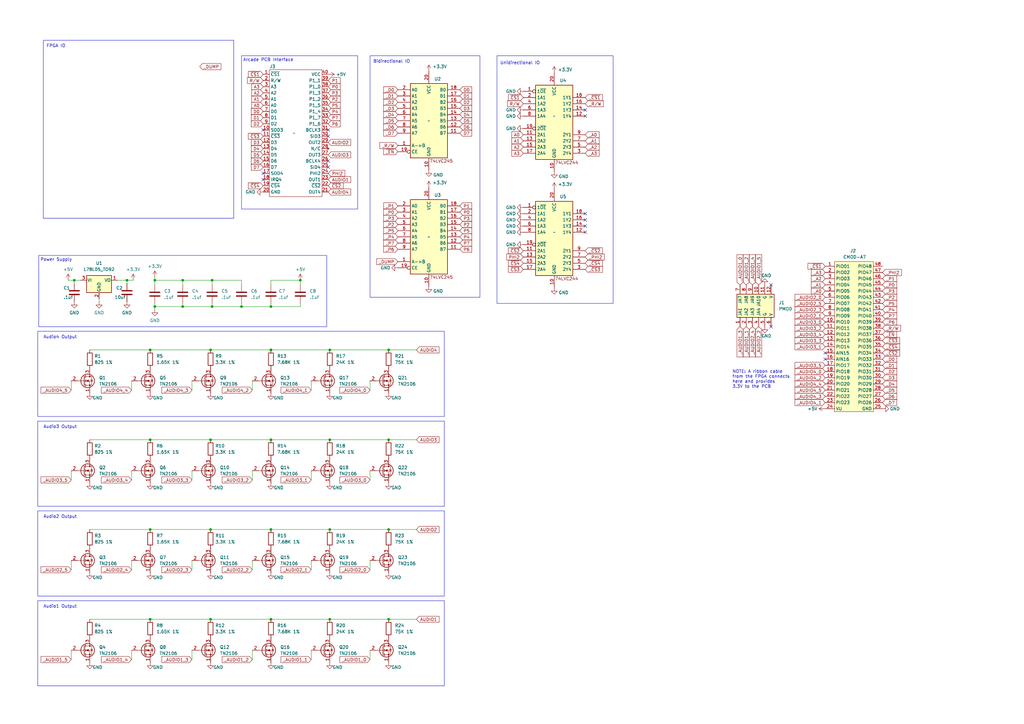
<source format=kicad_sch>
(kicad_sch (version 20230121) (generator eeschema)
  (paper "A3")
  (junction (at 30.48 114.935))
  (junction (at 135.255 180.34))
  (junction (at 159.385 254))
  (junction (at 86.36 217.17))
  (junction (at 111.125 125.73))
  (junction (at 99.06 125.73))
  (junction (at 74.93 114.935))
  (junction (at 52.07 114.935))
  (junction (at 63.5 125.73))
  (junction (at 74.93 125.73))
  (junction (at 111.125 180.34))
  (junction (at 86.995 114.935))
  (junction (at 135.255 217.17))
  (junction (at 159.385 180.34))
  (junction (at 86.36 254))
  (junction (at 86.36 143.51))
  (junction (at 123.19 114.935))
  (junction (at 111.125 254))
  (junction (at 111.125 217.17))
  (junction (at 63.5 114.935))
  (junction (at 159.385 217.17))
  (junction (at 135.255 143.51))
  (junction (at 111.125 143.51))
  (junction (at 61.595 180.34))
  (junction (at 61.595 254))
  (junction (at 86.36 180.34))
  (junction (at 159.385 143.51))
  (junction (at 61.595 143.51))
  (junction (at 86.995 125.73))
  (junction (at 61.595 217.17))
  (junction (at 135.255 254))
  (no_connect (at 240.03 45.085))
  (no_connect (at 107.95 53.34))
  (no_connect (at 240.03 95.25))
  (no_connect (at 107.95 71.12))
  (no_connect (at 134.62 66.04))
  (no_connect (at 134.62 68.58))
  (no_connect (at 107.95 73.66))
  (no_connect (at 240.03 87.63))
  (no_connect (at 338.455 144.78))
  (no_connect (at 134.62 53.34))
  (no_connect (at 316.23 116.84))
  (no_connect (at 240.03 92.71))
  (no_connect (at 316.23 133.985))
  (no_connect (at 240.03 47.625))
  (no_connect (at 134.62 55.88))
  (no_connect (at 240.03 90.17))
  (no_connect (at 338.455 147.32))
  (wire (pts (xy 159.385 180.34) (xy 170.815 180.34)))
  (wire (pts (xy 74.93 114.935) (xy 86.995 114.935)))
  (wire (pts (xy 135.255 254) (xy 159.385 254)))
  (wire (pts (xy 86.995 125.73) (xy 99.06 125.73)))
  (wire (pts (xy 29.21 266.7) (xy 29.21 270.51)))
  (wire (pts (xy 86.36 217.17) (xy 111.125 217.17)))
  (wire (pts (xy 111.125 125.73) (xy 123.19 125.73)))
  (wire (pts (xy 53.975 266.7) (xy 53.975 270.51)))
  (wire (pts (xy 52.07 114.935) (xy 52.07 116.205)))
  (wire (pts (xy 29.21 156.21) (xy 29.21 160.02)))
  (wire (pts (xy 99.06 114.935) (xy 99.06 116.84)))
  (wire (pts (xy 99.06 125.73) (xy 99.06 124.46)))
  (wire (pts (xy 63.5 125.73) (xy 74.93 125.73)))
  (wire (pts (xy 135.255 143.51) (xy 159.385 143.51)))
  (wire (pts (xy 111.125 114.935) (xy 123.19 114.935)))
  (wire (pts (xy 61.595 254) (xy 86.36 254)))
  (wire (pts (xy 111.125 254) (xy 135.255 254)))
  (wire (pts (xy 29.21 229.87) (xy 29.21 233.68)))
  (wire (pts (xy 86.36 254) (xy 111.125 254)))
  (wire (pts (xy 151.765 156.21) (xy 151.765 160.02)))
  (wire (pts (xy 135.255 180.34) (xy 159.385 180.34)))
  (wire (pts (xy 74.93 114.935) (xy 74.93 116.84)))
  (wire (pts (xy 86.36 180.34) (xy 111.125 180.34)))
  (wire (pts (xy 63.5 124.46) (xy 63.5 125.73)))
  (wire (pts (xy 40.64 123.825) (xy 40.64 122.555)))
  (wire (pts (xy 111.125 180.34) (xy 135.255 180.34)))
  (wire (pts (xy 151.765 229.87) (xy 151.765 233.68)))
  (wire (pts (xy 103.505 193.04) (xy 103.505 196.85)))
  (wire (pts (xy 61.595 180.34) (xy 86.36 180.34)))
  (wire (pts (xy 111.125 124.46) (xy 111.125 125.73)))
  (wire (pts (xy 127.635 156.21) (xy 127.635 160.02)))
  (wire (pts (xy 159.385 217.17) (xy 170.815 217.17)))
  (wire (pts (xy 135.255 217.17) (xy 159.385 217.17)))
  (wire (pts (xy 29.21 193.04) (xy 29.21 196.85)))
  (wire (pts (xy 123.19 125.73) (xy 123.19 124.46)))
  (wire (pts (xy 123.19 114.935) (xy 123.19 116.84)))
  (wire (pts (xy 86.995 114.935) (xy 86.995 116.84)))
  (wire (pts (xy 36.83 254) (xy 61.595 254)))
  (wire (pts (xy 159.385 143.51) (xy 170.815 143.51)))
  (wire (pts (xy 63.5 114.935) (xy 63.5 116.84)))
  (wire (pts (xy 48.26 114.935) (xy 52.07 114.935)))
  (wire (pts (xy 103.505 156.21) (xy 103.505 160.02)))
  (wire (pts (xy 99.06 125.73) (xy 111.125 125.73)))
  (wire (pts (xy 86.36 143.51) (xy 111.125 143.51)))
  (wire (pts (xy 30.48 114.935) (xy 30.48 116.205)))
  (wire (pts (xy 78.74 266.7) (xy 78.74 270.51)))
  (wire (pts (xy 36.83 180.34) (xy 61.595 180.34)))
  (wire (pts (xy 27.94 114.935) (xy 30.48 114.935)))
  (wire (pts (xy 36.83 143.51) (xy 61.595 143.51)))
  (wire (pts (xy 63.5 113.665) (xy 63.5 114.935)))
  (wire (pts (xy 86.995 124.46) (xy 86.995 125.73)))
  (wire (pts (xy 53.975 193.04) (xy 53.975 196.85)))
  (wire (pts (xy 78.74 229.87) (xy 78.74 233.68)))
  (wire (pts (xy 52.07 114.935) (xy 54.61 114.935)))
  (wire (pts (xy 127.635 266.7) (xy 127.635 270.51)))
  (wire (pts (xy 61.595 143.51) (xy 86.36 143.51)))
  (wire (pts (xy 78.74 156.21) (xy 78.74 160.02)))
  (wire (pts (xy 151.765 266.7) (xy 151.765 270.51)))
  (wire (pts (xy 53.975 156.21) (xy 53.975 160.02)))
  (wire (pts (xy 78.74 193.04) (xy 78.74 196.85)))
  (wire (pts (xy 151.765 193.04) (xy 151.765 196.85)))
  (wire (pts (xy 111.125 217.17) (xy 135.255 217.17)))
  (wire (pts (xy 61.595 217.17) (xy 86.36 217.17)))
  (wire (pts (xy 86.995 114.935) (xy 99.06 114.935)))
  (wire (pts (xy 159.385 254) (xy 170.815 254)))
  (wire (pts (xy 86.995 125.73) (xy 74.93 125.73)))
  (wire (pts (xy 53.975 229.87) (xy 53.975 233.68)))
  (wire (pts (xy 103.505 229.87) (xy 103.505 233.68)))
  (wire (pts (xy 127.635 229.87) (xy 127.635 233.68)))
  (wire (pts (xy 103.505 266.7) (xy 103.505 270.51)))
  (wire (pts (xy 111.125 143.51) (xy 135.255 143.51)))
  (wire (pts (xy 63.5 125.73) (xy 63.5 127)))
  (wire (pts (xy 63.5 114.935) (xy 74.93 114.935)))
  (wire (pts (xy 36.83 217.17) (xy 61.595 217.17)))
  (wire (pts (xy 74.93 125.73) (xy 74.93 124.46)))
  (wire (pts (xy 111.125 116.84) (xy 111.125 114.935)))
  (wire (pts (xy 30.48 114.935) (xy 33.02 114.935)))
  (wire (pts (xy 127.635 193.04) (xy 127.635 196.85)))
  (rectangle (start 15.494 209.55) (end 182.245 244.475))
  (rectangle (start 99.06 22.86) (end 146.685 85.725))
  (rectangle (start 15.494 135.89) (end 182.245 170.815))
  (rectangle (start 17.78 16.51) (end 95.885 89.535))
  (rectangle (start 15.875 104.775) (end 133.985 133.985))
  (rectangle (start 203.835 22.86) (end 251.46 124.46))
  (rectangle (start 15.494 172.72) (end 182.245 207.645))
  (rectangle (start 15.494 246.38) (end 182.245 281.305))
  (rectangle (start 151.765 22.86) (end 196.85 121.92))
  (text "NOTE: A ribbon cable \nfrom the FPGA connects\nhere and provides\n3.3V to the PCB" (at 300.355 159.385 0) (effects (font (size 1.27 1.27)) (justify left bottom)))
  (text "FPGA IO" (at 19.05 19.685 0) (effects (font (size 1.27 1.27)) (justify left bottom)))
  (text "Power Supply" (at 16.51 107.315 0) (effects (font (size 1.27 1.27)) (justify left bottom)))
  (text "Audio2 Output" (at 17.78 212.725 0) (effects (font (size 1.27 1.27)) (justify left bottom)))
  (text "Bidirectional IO" (at 153.035 26.035 0) (effects (font (size 1.27 1.27)) (justify left bottom)))
  (text "Audio4 Output" (at 17.78 139.065 0) (effects (font (size 1.27 1.27)) (justify left bottom)))
  (text "Audio1 Output" (at 17.78 249.555 0) (effects (font (size 1.27 1.27)) (justify left bottom)))
  (text "Arcade PCB Interface" (at 99.695 25.4 0) (effects (font (size 1.27 1.27)) (justify left bottom)))
  (text "Unidirectional IO" (at 205.105 26.67 0) (effects (font (size 1.27 1.27)) (justify left bottom)))
  (text "Audio3 Output" (at 17.78 175.895 0) (effects (font (size 1.27 1.27)) (justify left bottom)))
  (global_label "_~{CS1}" (shape input) (at 338.455 109.22 180) (property "Intersheetrefs" "${INTERSHEET_REFS}" (effects hide)))
  (global_label "_D0" (shape input) (at 163.195 36.83 180) (property "Intersheetrefs" "${INTERSHEET_REFS}" (effects hide)))
  (global_label "P7" (shape input) (at 188.595 99.695 0) (property "Intersheetrefs" "${INTERSHEET_REFS}" (effects hide)))
  (global_label "_AUDIO4_5" (shape input) (at 29.21 160.02 180) (property "Intersheetrefs" "${INTERSHEET_REFS}" (effects hide)))
  (global_label "D2" (shape input) (at 107.95 50.8 180) (property "Intersheetrefs" "${INTERSHEET_REFS}" (effects hide)))
  (global_label "D1" (shape input) (at 188.595 39.37 0) (property "Intersheetrefs" "${INTERSHEET_REFS}" (effects hide)))
  (global_label "_~{CS3}" (shape input) (at 240.03 110.49 0) (property "Intersheetrefs" "${INTERSHEET_REFS}" (effects hide)))
  (global_label "_DUMP" (shape input) (at 163.195 107.315 180) (property "Intersheetrefs" "${INTERSHEET_REFS}" (effects hide)))
  (global_label "_AUDIO3_4" (shape input) (at 53.975 196.85 180) (property "Intersheetrefs" "${INTERSHEET_REFS}" (effects hide)))
  (global_label "AUDIO4" (shape input) (at 134.62 78.74 0) (property "Intersheetrefs" "${INTERSHEET_REFS}" (effects hide)))
  (global_label "~{CS4}" (shape input) (at 107.95 76.2 180) (property "Intersheetrefs" "${INTERSHEET_REFS}" (effects hide)))
  (global_label "_D5" (shape input) (at 361.95 160.02 0) (property "Intersheetrefs" "${INTERSHEET_REFS}" (effects hide)))
  (global_label "_AUDIO2_4" (shape input) (at 308.61 133.985 270) (property "Intersheetrefs" "${INTERSHEET_REFS}" (effects hide)))
  (global_label "_AUDIO3_1" (shape input) (at 338.455 142.24 180) (property "Intersheetrefs" "${INTERSHEET_REFS}" (effects hide)))
  (global_label "_AUDIO3_3" (shape input) (at 78.74 196.85 180) (property "Intersheetrefs" "${INTERSHEET_REFS}" (effects hide)))
  (global_label "_AUDIO1_2" (shape input) (at 306.07 116.84 90) (property "Intersheetrefs" "${INTERSHEET_REFS}" (effects hide)))
  (global_label "_D7" (shape input) (at 361.95 165.1 0) (property "Intersheetrefs" "${INTERSHEET_REFS}" (effects hide)))
  (global_label "D6" (shape input) (at 107.95 66.04 180) (property "Intersheetrefs" "${INTERSHEET_REFS}" (effects hide)))
  (global_label "_AUDIO2_1" (shape input) (at 338.455 129.54 180) (property "Intersheetrefs" "${INTERSHEET_REFS}" (effects hide)))
  (global_label "_~{CS2}" (shape input) (at 240.03 102.87 0) (property "Intersheetrefs" "${INTERSHEET_REFS}" (effects hide)))
  (global_label "P3" (shape input) (at 134.62 38.1 0) (property "Intersheetrefs" "${INTERSHEET_REFS}" (effects hide)))
  (global_label "_AUDIO1_4" (shape input) (at 308.61 116.84 90) (property "Intersheetrefs" "${INTERSHEET_REFS}" (effects hide)))
  (global_label "D0" (shape input) (at 107.95 45.72 180) (property "Intersheetrefs" "${INTERSHEET_REFS}" (effects hide)))
  (global_label "P0" (shape input) (at 188.595 86.995 0) (property "Intersheetrefs" "${INTERSHEET_REFS}" (effects hide)))
  (global_label "_R{slash}W" (shape input) (at 240.03 42.545 0) (property "Intersheetrefs" "${INTERSHEET_REFS}" (effects hide)))
  (global_label "A2" (shape input) (at 214.63 60.325 180) (property "Intersheetrefs" "${INTERSHEET_REFS}" (effects hide)))
  (global_label "A0" (shape input) (at 214.63 55.245 180) (property "Intersheetrefs" "${INTERSHEET_REFS}" (effects hide)))
  (global_label "_AUDIO4_1" (shape input) (at 338.455 165.1 180) (property "Intersheetrefs" "${INTERSHEET_REFS}" (effects hide)))
  (global_label "_D6" (shape input) (at 361.95 162.56 0) (property "Intersheetrefs" "${INTERSHEET_REFS}" (effects hide)))
  (global_label "_AUDIO4_4" (shape input) (at 53.975 160.02 180) (property "Intersheetrefs" "${INTERSHEET_REFS}" (effects hide)))
  (global_label "P6" (shape input) (at 134.62 50.8 0) (property "Intersheetrefs" "${INTERSHEET_REFS}" (effects hide)))
  (global_label "~{CS1}" (shape input) (at 214.63 40.005 180) (property "Intersheetrefs" "${INTERSHEET_REFS}" (effects hide)))
  (global_label "_D6" (shape input) (at 163.195 52.07 180) (property "Intersheetrefs" "${INTERSHEET_REFS}" (effects hide)))
  (global_label "P4" (shape input) (at 188.595 97.155 0) (property "Intersheetrefs" "${INTERSHEET_REFS}" (effects hide)))
  (global_label "_AUDIO2_1" (shape input) (at 127.635 233.68 180) (property "Intersheetrefs" "${INTERSHEET_REFS}" (effects hide)))
  (global_label "_R{slash}W" (shape input) (at 361.95 134.62 0) (property "Intersheetrefs" "${INTERSHEET_REFS}" (effects hide)))
  (global_label "~{CS2}" (shape input) (at 214.63 102.87 180) (property "Intersheetrefs" "${INTERSHEET_REFS}" (effects hide)))
  (global_label "_AUDIO3_4" (shape input) (at 338.455 137.16 180) (property "Intersheetrefs" "${INTERSHEET_REFS}" (effects hide)))
  (global_label "_P2" (shape input) (at 361.95 121.92 0) (property "Intersheetrefs" "${INTERSHEET_REFS}" (effects hide)))
  (global_label "D7" (shape input) (at 188.595 54.61 0) (property "Intersheetrefs" "${INTERSHEET_REFS}" (effects hide)))
  (global_label "_P1" (shape input) (at 361.95 114.3 0) (property "Intersheetrefs" "${INTERSHEET_REFS}" (effects hide)))
  (global_label "_AUDIO4_2" (shape input) (at 103.505 160.02 180) (property "Intersheetrefs" "${INTERSHEET_REFS}" (effects hide)))
  (global_label "D6" (shape input) (at 188.595 52.07 0) (property "Intersheetrefs" "${INTERSHEET_REFS}" (effects hide)))
  (global_label "PHI2" (shape input) (at 214.63 105.41 180) (property "Intersheetrefs" "${INTERSHEET_REFS}" (effects hide)))
  (global_label "_~{CS2}" (shape input) (at 361.95 144.78 0) (property "Intersheetrefs" "${INTERSHEET_REFS}" (effects hide)))
  (global_label "_P2" (shape input) (at 163.195 92.075 180) (property "Intersheetrefs" "${INTERSHEET_REFS}" (effects hide)))
  (global_label "~{CS3}" (shape input) (at 214.63 110.49 180) (property "Intersheetrefs" "${INTERSHEET_REFS}" (effects hide)))
  (global_label "_AUDIO1_3" (shape input) (at 303.53 133.985 270) (property "Intersheetrefs" "${INTERSHEET_REFS}" (effects hide)))
  (global_label "~{CS1}" (shape input) (at 107.95 30.48 180) (property "Intersheetrefs" "${INTERSHEET_REFS}" (effects hide)))
  (global_label "_A3" (shape input) (at 338.455 111.76 180) (property "Intersheetrefs" "${INTERSHEET_REFS}" (effects hide)))
  (global_label "~{CS4}" (shape input) (at 214.63 107.95 180) (property "Intersheetrefs" "${INTERSHEET_REFS}" (effects hide)))
  (global_label "_P1" (shape input) (at 163.195 84.455 180) (property "Intersheetrefs" "${INTERSHEET_REFS}" (effects hide)))
  (global_label "A3" (shape input) (at 214.63 62.865 180) (property "Intersheetrefs" "${INTERSHEET_REFS}" (effects hide)))
  (global_label "~{CS2}" (shape input) (at 134.62 76.2 0) (property "Intersheetrefs" "${INTERSHEET_REFS}" (effects hide)))
  (global_label "_AUDIO1_5" (shape input) (at 311.15 116.84 90) (property "Intersheetrefs" "${INTERSHEET_REFS}" (effects hide)))
  (global_label "_AUDIO3_2" (shape input) (at 103.505 196.85 180) (property "Intersheetrefs" "${INTERSHEET_REFS}" (effects hide)))
  (global_label "_AUDIO1_2" (shape input) (at 103.505 270.51 180) (property "Intersheetrefs" "${INTERSHEET_REFS}" (effects hide)))
  (global_label "_D1" (shape input) (at 163.195 39.37 180) (property "Intersheetrefs" "${INTERSHEET_REFS}" (effects hide)))
  (global_label "_P3" (shape input) (at 163.195 89.535 180) (property "Intersheetrefs" "${INTERSHEET_REFS}" (effects hide)))
  (global_label "_A1" (shape input) (at 240.03 57.785 0) (property "Intersheetrefs" "${INTERSHEET_REFS}" (effects hide)))
  (global_label "_AUDIO3_5" (shape input) (at 29.21 196.85 180) (property "Intersheetrefs" "${INTERSHEET_REFS}" (effects hide)))
  (global_label "A2" (shape input) (at 107.95 38.1 180) (property "Intersheetrefs" "${INTERSHEET_REFS}" (effects hide)))
  (global_label "D3" (shape input) (at 107.95 58.42 180) (property "Intersheetrefs" "${INTERSHEET_REFS}" (effects hide)))
  (global_label "R{slash}W" (shape input) (at 214.63 42.545 180) (property "Intersheetrefs" "${INTERSHEET_REFS}" (effects hide)))
  (global_label "_AUDIO3_2" (shape input) (at 338.455 134.62 180) (property "Intersheetrefs" "${INTERSHEET_REFS}" (effects hide)))
  (global_label "_D5" (shape input) (at 163.195 49.53 180) (property "Intersheetrefs" "${INTERSHEET_REFS}" (effects hide)))
  (global_label "_AUDIO4_1" (shape input) (at 127.635 160.02 180) (property "Intersheetrefs" "${INTERSHEET_REFS}" (effects hide)))
  (global_label "A1" (shape input) (at 107.95 40.64 180) (property "Intersheetrefs" "${INTERSHEET_REFS}" (effects hide)))
  (global_label "AUDIO2" (shape input) (at 134.62 58.42 0) (property "Intersheetrefs" "${INTERSHEET_REFS}" (effects hide)))
  (global_label "A0" (shape input) (at 107.95 43.18 180) (property "Intersheetrefs" "${INTERSHEET_REFS}" (effects hide)))
  (global_label "_P6" (shape input) (at 163.195 102.235 180) (property "Intersheetrefs" "${INTERSHEET_REFS}" (effects hide)))
  (global_label "_D4" (shape input) (at 361.95 157.48 0) (property "Intersheetrefs" "${INTERSHEET_REFS}" (effects hide)))
  (global_label "R{slash}W" (shape input) (at 107.95 33.02 180) (property "Intersheetrefs" "${INTERSHEET_REFS}" (effects hide)))
  (global_label "D3" (shape input) (at 188.595 44.45 0) (property "Intersheetrefs" "${INTERSHEET_REFS}" (effects hide)))
  (global_label "_~{CS4}" (shape input) (at 240.03 107.95 0) (property "Intersheetrefs" "${INTERSHEET_REFS}" (effects hide)))
  (global_label "D4" (shape input) (at 188.595 46.99 0) (property "Intersheetrefs" "${INTERSHEET_REFS}" (effects hide)))
  (global_label "_AUDIO1_0" (shape input) (at 151.765 270.51 180) (property "Intersheetrefs" "${INTERSHEET_REFS}" (effects hide)))
  (global_label "P4" (shape input) (at 134.62 45.72 0) (property "Intersheetrefs" "${INTERSHEET_REFS}" (effects hide)))
  (global_label "D2" (shape input) (at 188.595 41.91 0) (property "Intersheetrefs" "${INTERSHEET_REFS}" (effects hide)))
  (global_label "_AUDIO2_0" (shape input) (at 151.765 233.68 180) (property "Intersheetrefs" "${INTERSHEET_REFS}" (effects hide)))
  (global_label "_AUDIO2_0" (shape input) (at 338.455 121.92 180) (property "Intersheetrefs" "${INTERSHEET_REFS}" (effects hide)))
  (global_label "P5" (shape input) (at 188.595 94.615 0) (property "Intersheetrefs" "${INTERSHEET_REFS}" (effects hide)))
  (global_label "D5" (shape input) (at 107.95 63.5 180) (property "Intersheetrefs" "${INTERSHEET_REFS}" (effects hide)))
  (global_label "D0" (shape input) (at 188.595 36.83 0) (property "Intersheetrefs" "${INTERSHEET_REFS}" (effects hide)))
  (global_label "_AUDIO4_5" (shape input) (at 338.455 160.02 180) (property "Intersheetrefs" "${INTERSHEET_REFS}" (effects hide)))
  (global_label "~{CS3}" (shape input) (at 107.95 55.88 180) (property "Intersheetrefs" "${INTERSHEET_REFS}" (effects hide)))
  (global_label "_AUDIO2_5" (shape input) (at 29.21 233.68 180) (property "Intersheetrefs" "${INTERSHEET_REFS}" (effects hide)))
  (global_label "P5" (shape input) (at 134.62 43.18 0) (property "Intersheetrefs" "${INTERSHEET_REFS}" (effects hide)))
  (global_label "_P7" (shape input) (at 163.195 99.695 180) (property "Intersheetrefs" "${INTERSHEET_REFS}" (effects hide)))
  (global_label "_D1" (shape input) (at 361.95 149.86 0) (property "Intersheetrefs" "${INTERSHEET_REFS}" (effects hide)))
  (global_label "P3" (shape input) (at 188.595 89.535 0) (property "Intersheetrefs" "${INTERSHEET_REFS}" (effects hide)))
  (global_label "_AUDIO3_3" (shape input) (at 338.455 139.7 180) (property "Intersheetrefs" "${INTERSHEET_REFS}" (effects hide)))
  (global_label "_P4" (shape input) (at 361.95 127 0) (property "Intersheetrefs" "${INTERSHEET_REFS}" (effects hide)))
  (global_label "P2" (shape input) (at 188.595 92.075 0) (property "Intersheetrefs" "${INTERSHEET_REFS}" (effects hide)))
  (global_label "_D7" (shape input) (at 163.195 54.61 180) (property "Intersheetrefs" "${INTERSHEET_REFS}" (effects hide)))
  (global_label "_P7" (shape input) (at 361.95 129.54 0) (property "Intersheetrefs" "${INTERSHEET_REFS}" (effects hide)))
  (global_label "P1" (shape input) (at 188.595 84.455 0) (property "Intersheetrefs" "${INTERSHEET_REFS}" (effects hide)))
  (global_label "_AUDIO1_0" (shape input) (at 303.53 116.84 90) (property "Intersheetrefs" "${INTERSHEET_REFS}" (effects hide)))
  (global_label "_AUDIO2_3" (shape input) (at 338.455 127 180) (property "Intersheetrefs" "${INTERSHEET_REFS}" (effects hide)))
  (global_label "_AUDIO1_4" (shape input) (at 53.975 270.51 180) (property "Intersheetrefs" "${INTERSHEET_REFS}" (effects hide)))
  (global_label "_D4" (shape input) (at 163.195 46.99 180) (property "Intersheetrefs" "${INTERSHEET_REFS}" (effects hide)))
  (global_label "_P5" (shape input) (at 361.95 124.46 0) (property "Intersheetrefs" "${INTERSHEET_REFS}" (effects hide)))
  (global_label "_AUDIO4_4" (shape input) (at 338.455 157.48 180) (property "Intersheetrefs" "${INTERSHEET_REFS}" (effects hide)))
  (global_label "P2" (shape input) (at 134.62 40.64 0) (property "Intersheetrefs" "${INTERSHEET_REFS}" (effects hide)))
  (global_label "_~{CS3}" (shape input) (at 361.95 139.7 0) (property "Intersheetrefs" "${INTERSHEET_REFS}" (effects hide)))
  (global_label "P7" (shape input) (at 134.62 48.26 0) (property "Intersheetrefs" "${INTERSHEET_REFS}" (effects hide)))
  (global_label "_DUMP" (shape input) (at 81.915 27.305 0) (property "Intersheetrefs" "${INTERSHEET_REFS}" (effects hide)))
  (global_label "_P0" (shape input) (at 163.195 86.995 180) (property "Intersheetrefs" "${INTERSHEET_REFS}" (effects hide)))
  (global_label "AUDIO3" (shape input) (at 170.815 180.34 0) (property "Intersheetrefs" "${INTERSHEET_REFS}" (effects hide)))
  (global_label "A1" (shape input) (at 214.63 57.785 180) (property "Intersheetrefs" "${INTERSHEET_REFS}" (effects hide)))
  (global_label "P1" (shape input) (at 134.62 33.02 0) (property "Intersheetrefs" "${INTERSHEET_REFS}" (effects hide)))
  (global_label "_AUDIO1_1" (shape input) (at 306.07 133.985 270) (property "Intersheetrefs" "${INTERSHEET_REFS}" (effects hide)))
  (global_label "P6" (shape input) (at 188.595 102.235 0) (property "Intersheetrefs" "${INTERSHEET_REFS}" (effects hide)))
  (global_label "_AUDIO3_0" (shape input) (at 338.455 132.08 180) (property "Intersheetrefs" "${INTERSHEET_REFS}" (effects hide)))
  (global_label "_PHI2" (shape input) (at 240.03 105.41 0) (property "Intersheetrefs" "${INTERSHEET_REFS}" (effects hide)))
  (global_label "D7" (shape input) (at 107.95 68.58 180) (property "Intersheetrefs" "${INTERSHEET_REFS}" (effects hide)))
  (global_label "_D3" (shape input) (at 163.195 44.45 180) (property "Intersheetrefs" "${INTERSHEET_REFS}" (effects hide)))
  (global_label "_AUDIO3_1" (shape input) (at 127.635 196.85 180) (property "Intersheetrefs" "${INTERSHEET_REFS}" (effects hide)))
  (global_label "D5" (shape input) (at 188.595 49.53 0) (property "Intersheetrefs" "${INTERSHEET_REFS}" (effects hide)))
  (global_label "_AUDIO2_3" (shape input) (at 78.74 233.68 180) (property "Intersheetrefs" "${INTERSHEET_REFS}" (effects hide)))
  (global_label "_AUDIO1_3" (shape input) (at 78.74 270.51 180) (property "Intersheetrefs" "${INTERSHEET_REFS}" (effects hide)))
  (global_label "_AUDIO4_2" (shape input) (at 338.455 154.94 180) (property "Intersheetrefs" "${INTERSHEET_REFS}" (effects hide)))
  (global_label "_A1" (shape input) (at 338.455 116.84 180) (property "Intersheetrefs" "${INTERSHEET_REFS}" (effects hide)))
  (global_label "_A2" (shape input) (at 338.455 114.3 180) (property "Intersheetrefs" "${INTERSHEET_REFS}" (effects hide)))
  (global_label "_D3" (shape input) (at 361.95 154.94 0) (property "Intersheetrefs" "${INTERSHEET_REFS}" (effects hide)))
  (global_label "_A2" (shape input) (at 240.03 60.325 0) (property "Intersheetrefs" "${INTERSHEET_REFS}" (effects hide)))
  (global_label "_AUDIO2_2" (shape input) (at 311.15 133.985 270) (property "Intersheetrefs" "${INTERSHEET_REFS}" (effects hide)))
  (global_label "P0" (shape input) (at 134.62 35.56 0) (property "Intersheetrefs" "${INTERSHEET_REFS}" (effects hide)))
  (global_label "_P4" (shape input) (at 163.195 97.155 180) (property "Intersheetrefs" "${INTERSHEET_REFS}" (effects hide)))
  (global_label "_P3" (shape input) (at 361.95 119.38 0) (property "Intersheetrefs" "${INTERSHEET_REFS}" (effects hide)))
  (global_label "D1" (shape input) (at 107.95 48.26 180) (property "Intersheetrefs" "${INTERSHEET_REFS}" (effects hide)))
  (global_label "AUDIO3" (shape input) (at 134.62 63.5 0) (property "Intersheetrefs" "${INTERSHEET_REFS}" (effects hide)))
  (global_label "_D2" (shape input) (at 163.195 41.91 180) (property "Intersheetrefs" "${INTERSHEET_REFS}" (effects hide)))
  (global_label "_P5" (shape input) (at 163.195 94.615 180) (property "Intersheetrefs" "${INTERSHEET_REFS}" (effects hide)))
  (global_label "AUDIO1" (shape input) (at 134.62 73.66 0) (property "Intersheetrefs" "${INTERSHEET_REFS}" (effects hide)))
  (global_label "A3" (shape input) (at 107.95 35.56 180) (property "Intersheetrefs" "${INTERSHEET_REFS}" (effects hide)))
  (global_label "_P0" (shape input) (at 361.95 116.84 0) (property "Intersheetrefs" "${INTERSHEET_REFS}" (effects hide)))
  (global_label "_R{slash}W" (shape input) (at 163.195 59.69 180) (property "Intersheetrefs" "${INTERSHEET_REFS}" (effects hide)))
  (global_label "_PHI2" (shape input) (at 361.95 111.76 0) (property "Intersheetrefs" "${INTERSHEET_REFS}" (effects hide)))
  (global_label "_AUDIO1_5" (shape input) (at 29.21 270.51 180) (property "Intersheetrefs" "${INTERSHEET_REFS}" (effects hide)))
  (global_label "_AUDIO1_1" (shape input) (at 127.635 270.51 180) (property "Intersheetrefs" "${INTERSHEET_REFS}" (effects hide)))
  (global_label "_AUDIO2_5" (shape input) (at 338.455 124.46 180) (property "Intersheetrefs" "${INTERSHEET_REFS}" (effects hide)))
  (global_label "_AUDIO4_3" (shape input) (at 78.74 160.02 180) (property "Intersheetrefs" "${INTERSHEET_REFS}" (effects hide)))
  (global_label "_D2" (shape input) (at 361.95 152.4 0) (property "Intersheetrefs" "${INTERSHEET_REFS}" (effects hide)))
  (global_label "_P6" (shape input) (at 361.95 132.08 0) (property "Intersheetrefs" "${INTERSHEET_REFS}" (effects hide)))
  (global_label "_AUDIO2_2" (shape input) (at 103.505 233.68 180) (property "Intersheetrefs" "${INTERSHEET_REFS}" (effects hide)))
  (global_label "D4" (shape input) (at 107.95 60.96 180) (property "Intersheetrefs" "${INTERSHEET_REFS}" (effects hide)))
  (global_label "_AUDIO4_0" (shape input) (at 151.765 160.02 180) (property "Intersheetrefs" "${INTERSHEET_REFS}" (effects hide)))
  (global_label "AUDIO4" (shape input) (at 170.815 143.51 0) (property "Intersheetrefs" "${INTERSHEET_REFS}" (effects hide)))
  (global_label "_AUDIO4_3" (shape input) (at 338.455 162.56 180) (property "Intersheetrefs" "${INTERSHEET_REFS}" (effects hide)))
  (global_label "_AUDIO3_0" (shape input) (at 151.765 196.85 180) (property "Intersheetrefs" "${INTERSHEET_REFS}" (effects hide)))
  (global_label "_~{CS1}" (shape input) (at 240.03 40.005 0) (property "Intersheetrefs" "${INTERSHEET_REFS}" (effects hide)))
  (global_label "_A3" (shape input) (at 240.03 62.865 0) (property "Intersheetrefs" "${INTERSHEET_REFS}" (effects hide)))
  (global_label "AUDIO2" (shape input) (at 170.815 217.17 0) (property "Intersheetrefs" "${INTERSHEET_REFS}" (effects hide)))
  (global_label "PHI2" (shape input) (at 134.62 71.12 0) (property "Intersheetrefs" "${INTERSHEET_REFS}" (effects hide)))
  (global_label "~{_EN}" (shape input) (at 361.95 137.16 0) (property "Intersheetrefs" "${INTERSHEET_REFS}" (effects hide)))
  (global_label "_~{CS4}" (shape input) (at 361.95 142.24 0) (property "Intersheetrefs" "${INTERSHEET_REFS}" (effects hide)))
  (global_label "_A0" (shape input) (at 240.03 55.245 0) (property "Intersheetrefs" "${INTERSHEET_REFS}" (effects hide)))
  (global_label "_D0" (shape input) (at 361.95 147.32 0) (property "Intersheetrefs" "${INTERSHEET_REFS}" (effects hide)))
  (global_label "_AUDIO4_0" (shape input) (at 338.455 152.4 180) (property "Intersheetrefs" "${INTERSHEET_REFS}" (effects hide)))
  (global_label "AUDIO1" (shape input) (at 170.815 254 0) (property "Intersheetrefs" "${INTERSHEET_REFS}" (effects hide)))
  (global_label "~{_EN}" (shape input) (at 163.195 62.23 180) (property "Intersheetrefs" "${INTERSHEET_REFS}" (effects hide)))
  (global_label "_A0" (shape input) (at 338.455 119.38 180) (property "Intersheetrefs" "${INTERSHEET_REFS}" (effects hide)))
  (global_label "_AUDIO3_5" (shape input) (at 338.455 149.86 180) (property "Intersheetrefs" "${INTERSHEET_REFS}" (effects hide)))
  (global_label "_AUDIO2_4" (shape input) (at 53.975 233.68 180) (property "Intersheetrefs" "${INTERSHEET_REFS}" (effects hide)))
  (symbol (lib_name "GND_1") (lib_id "power:GND") (at 214.63 87.63 270) (unit 1)
    (property "Reference" "#PWR049" (effects hide))
    (property "Value" "GND" (at 209.55 87.63 90))
  )
  (symbol (lib_id "Transistor_FET:2N7000") (at 34.29 266.7 0) (unit 1)
    (property "Reference" "Q4" (at 40.64 265.43 0) (effects (justify left)))
    (property "Value" "TN2106" (at 40.64 267.97 0) (effects (justify left)))
    (property "Footprint" "Package_TO_SOT_THT:TO-92_Inline" (effects hide))
    (property "Datasheet" "https://www.vishay.com/docs/70226/70226.pdf" (effects hide))
  )
  (symbol (lib_name "GND_1") (lib_id "power:GND") (at 214.63 45.085 270) (unit 1)
    (property "Reference" "#PWR045" (effects hide))
    (property "Value" "GND" (at 209.55 45.085 90))
  )
  (symbol (lib_name "GND_1") (lib_id "power:GND") (at 159.385 234.95 0) (unit 1)
    (property "Reference" "#PWR037" (effects hide))
    (property "Value" "GND" (at 162.56 236.855 0))
  )
  (symbol (lib_name "GND_1") (lib_id "power:GND") (at 227.33 70.485 0) (unit 1)
    (property "Reference" "#PWR055" (effects hide))
    (property "Value" "GND" (at 231.14 72.39 0))
  )
  (symbol (lib_name "GND_1") (lib_id "power:GND") (at 214.63 85.09 270) (unit 1)
    (property "Reference" "#PWR048" (effects hide))
    (property "Value" "GND" (at 209.55 85.09 90))
  )
  (symbol (lib_name "GND_1") (lib_id "power:GND") (at 36.83 271.78 0) (unit 1)
    (property "Reference" "#PWR08" (effects hide))
    (property "Value" "GND" (at 40.005 273.685 0))
  )
  (symbol (lib_id "Device:R") (at 61.595 220.98 0) (unit 1)
    (property "Reference" "R7" (at 64.135 219.71 0) (effects (justify left)))
    (property "Value" "1.65K 1%" (at 64.135 222.25 0) (effects (justify left)))
    (property "Footprint" "Resistor_THT:R_Axial_DIN0207_L6.3mm_D2.5mm_P5.08mm_Vertical" (effects hide))
  )
  (symbol (lib_name "GND_1") (lib_id "power:GND") (at 214.63 52.705 270) (unit 1)
    (property "Reference" "#PWR047" (effects hide))
    (property "Value" "GND" (at 209.55 52.705 90))
  )
  (symbol (lib_id "Transistor_FET:2N7000") (at 34.29 156.21 0) (unit 1)
    (property "Reference" "Q1" (at 40.64 154.94 0) (effects (justify left)))
    (property "Value" "TN2106" (at 40.64 157.48 0) (effects (justify left)))
    (property "Footprint" "Package_TO_SOT_THT:TO-92_Inline" (effects hide))
    (property "Datasheet" "https://www.vishay.com/docs/70226/70226.pdf" (effects hide))
  )
  (symbol (lib_name "GND_1") (lib_id "power:GND") (at 61.595 198.12 0) (unit 1)
    (property "Reference" "#PWR014" (effects hide))
    (property "Value" "GND" (at 64.77 200.025 0))
  )
  (symbol (lib_name "+3.3V_2") (lib_id "power:+3.3V") (at 175.895 29.21 0) (unit 1)
    (property "Reference" "#PWR040" (effects hide))
    (property "Value" "+3.3V" (at 180.34 27.305 0))
  )
  (symbol (lib_id "power:+5V") (at 134.62 30.48 270) (unit 1)
    (property "Reference" "#PWR030" (effects hide))
    (property "Value" "+5V" (at 137.795 30.48 90) (effects (justify left)))
  )
  (symbol (lib_id "Device:R") (at 86.36 220.98 0) (unit 1)
    (property "Reference" "R11" (at 88.265 219.71 0) (effects (justify left)))
    (property "Value" "3.3K 1%" (at 88.265 222.25 0) (effects (justify left)))
    (property "Footprint" "Resistor_THT:R_Axial_DIN0207_L6.3mm_D2.5mm_P5.08mm_Vertical" (effects hide))
  )
  (symbol (lib_id "Device:R") (at 61.595 147.32 0) (unit 1)
    (property "Reference" "R5" (at 64.135 146.05 0) (effects (justify left)))
    (property "Value" "1.65K 1%" (at 64.135 148.59 0) (effects (justify left)))
    (property "Footprint" "Resistor_THT:R_Axial_DIN0207_L6.3mm_D2.5mm_P5.08mm_Vertical" (effects hide))
  )
  (symbol (lib_name "GND_1") (lib_id "power:GND") (at 214.63 92.71 270) (unit 1)
    (property "Reference" "#PWR051" (effects hide))
    (property "Value" "GND" (at 209.55 92.71 90))
  )
  (symbol (lib_id "Transistor_FET:2N7000") (at 108.585 229.87 0) (unit 1)
    (property "Reference" "Q15" (at 114.935 228.6 0) (effects (justify left)))
    (property "Value" "TN2106" (at 114.935 231.14 0) (effects (justify left)))
    (property "Footprint" "Package_TO_SOT_THT:TO-92_Inline" (effects hide))
    (property "Datasheet" "https://www.vishay.com/docs/70226/70226.pdf" (effects hide))
  )
  (symbol (lib_id "Device:R") (at 86.36 184.15 0) (unit 1)
    (property "Reference" "R10" (at 88.265 182.88 0) (effects (justify left)))
    (property "Value" "3.3K 1%" (at 88.265 185.42 0) (effects (justify left)))
    (property "Footprint" "Resistor_THT:R_Axial_DIN0207_L6.3mm_D2.5mm_P5.08mm_Vertical" (effects hide))
  )
  (symbol (lib_id "Transistor_FET:2N7000") (at 108.585 266.7 0) (unit 1)
    (property "Reference" "Q16" (at 114.935 265.43 0) (effects (justify left)))
    (property "Value" "TN2106" (at 114.935 267.97 0) (effects (justify left)))
    (property "Footprint" "Package_TO_SOT_THT:TO-92_Inline" (effects hide))
    (property "Datasheet" "https://www.vishay.com/docs/70226/70226.pdf" (effects hide))
  )
  (symbol (lib_id "Device:R") (at 135.255 220.98 0) (unit 1)
    (property "Reference" "R19" (at 137.795 219.71 0) (effects (justify left)))
    (property "Value" "24K 1%" (at 137.795 222.25 0) (effects (justify left)))
    (property "Footprint" "Resistor_THT:R_Axial_DIN0207_L6.3mm_D2.5mm_P5.08mm_Vertical" (effects hide))
  )
  (symbol (lib_id "Transistor_FET:2N7000") (at 59.055 229.87 0) (unit 1)
    (property "Reference" "Q7" (at 65.405 228.6 0) (effects (justify left)))
    (property "Value" "TN2106" (at 65.405 231.14 0) (effects (justify left)))
    (property "Footprint" "Package_TO_SOT_THT:TO-92_Inline" (effects hide))
    (property "Datasheet" "https://www.vishay.com/docs/70226/70226.pdf" (effects hide))
  )
  (symbol (lib_id "Transistor_FET:2N7000") (at 83.82 156.21 0) (unit 1)
    (property "Reference" "Q9" (at 90.17 154.94 0) (effects (justify left)))
    (property "Value" "TN2106" (at 90.17 157.48 0) (effects (justify left)))
    (property "Footprint" "Package_TO_SOT_THT:TO-92_Inline" (effects hide))
    (property "Datasheet" "https://www.vishay.com/docs/70226/70226.pdf" (effects hide))
  )
  (symbol (lib_name "GND_1") (lib_id "power:GND") (at 86.36 161.29 0) (unit 1)
    (property "Reference" "#PWR020" (effects hide))
    (property "Value" "GND" (at 89.535 163.195 0))
  )
  (symbol (lib_name "GND_1") (lib_id "power:GND") (at 61.595 161.29 0) (unit 1)
    (property "Reference" "#PWR013" (effects hide))
    (property "Value" "GND" (at 64.77 163.195 0))
  )
  (symbol (lib_id "Regulator_Linear:L78L05_TO92") (at 40.64 114.935 0) (unit 1)
    (property "Reference" "U1" (at 40.64 107.95 0))
    (property "Value" "L78L05_TO92" (at 40.64 110.49 0))
    (property "Footprint" "Package_TO_SOT_THT:TO-92_Inline" (effects hide))
    (property "Datasheet" "http://www.st.com/content/ccc/resource/technical/document/datasheet/15/55/e5/aa/23/5b/43/fd/CD00000446.pdf/files/CD00000446.pdf/jcr:content/translations/en.CD00000446.pdf" (effects hide))
  )
  (symbol (lib_name "GND_1") (lib_id "power:GND") (at 159.385 271.78 0) (unit 1)
    (property "Reference" "#PWR038" (effects hide))
    (property "Value" "GND" (at 162.56 273.685 0))
  )
  (symbol (lib_id "Transistor_FET:2N7000") (at 132.715 229.87 0) (unit 1)
    (property "Reference" "Q19" (at 139.065 228.6 0) (effects (justify left)))
    (property "Value" "TN2106" (at 139.065 231.14 0) (effects (justify left)))
    (property "Footprint" "Package_TO_SOT_THT:TO-92_Inline" (effects hide))
    (property "Datasheet" "https://www.vishay.com/docs/70226/70226.pdf" (effects hide))
  )
  (symbol (lib_id "Device:C") (at 74.93 120.65 0) (unit 1)
    (property "Reference" "C4" (at 78.74 119.38 0) (effects (justify left)))
    (property "Value" ".1uf" (at 78.74 121.92 0) (effects (justify left)))
    (property "Footprint" "Capacitor_THT:C_Axial_L3.8mm_D2.6mm_P10.00mm_Horizontal" (effects hide))
  )
  (symbol (lib_id "Device:R") (at 61.595 257.81 0) (unit 1)
    (property "Reference" "R8" (at 64.135 256.54 0) (effects (justify left)))
    (property "Value" "1.65K 1%" (at 64.135 259.08 0) (effects (justify left)))
    (property "Footprint" "Resistor_THT:R_Axial_DIN0207_L6.3mm_D2.5mm_P5.08mm_Vertical" (effects hide))
  )
  (symbol (lib_name "+5V_6") (lib_id "power:+5V") (at 338.455 167.64 90) (unit 1)
    (property "Reference" "#PWR012" (effects hide))
    (property "Value" "+5V" (at 335.28 167.64 90) (effects (justify left)))
  )
  (symbol (lib_id "Device:R") (at 61.595 184.15 0) (unit 1)
    (property "Reference" "R6" (at 64.135 182.88 0) (effects (justify left)))
    (property "Value" "1.65K 1%" (at 64.135 185.42 0) (effects (justify left)))
    (property "Footprint" "Resistor_THT:R_Axial_DIN0207_L6.3mm_D2.5mm_P5.08mm_Vertical" (effects hide))
  )
  (symbol (lib_name "GND_1") (lib_id "power:GND") (at 214.63 100.33 270) (unit 1)
    (property "Reference" "#PWR053" (effects hide))
    (property "Value" "GND" (at 209.55 100.33 90))
  )
  (symbol (lib_name "GND_1") (lib_id "power:GND") (at 135.255 161.29 0) (unit 1)
    (property "Reference" "#PWR031" (effects hide))
    (property "Value" "GND" (at 138.43 163.195 0))
  )
  (symbol (lib_id "Transistor_FET:2N7000") (at 156.845 266.7 0) (unit 1)
    (property "Reference" "Q24" (at 163.195 265.43 0) (effects (justify left)))
    (property "Value" "TN2106" (at 163.195 267.97 0) (effects (justify left)))
    (property "Footprint" "Package_TO_SOT_THT:TO-92_Inline" (effects hide))
    (property "Datasheet" "https://www.vishay.com/docs/70226/70226.pdf" (effects hide))
  )
  (symbol (lib_id "Device:R") (at 135.255 257.81 0) (unit 1)
    (property "Reference" "R20" (at 137.795 256.54 0) (effects (justify left)))
    (property "Value" "24K 1%" (at 137.795 259.08 0) (effects (justify left)))
    (property "Footprint" "Resistor_THT:R_Axial_DIN0207_L6.3mm_D2.5mm_P5.08mm_Vertical" (effects hide))
  )
  (symbol (lib_id "Device:R") (at 36.83 257.81 0) (unit 1)
    (property "Reference" "R4" (at 38.735 256.54 0) (effects (justify left)))
    (property "Value" "825 1%" (at 38.735 259.08 0) (effects (justify left)))
    (property "Footprint" "Resistor_THT:R_Axial_DIN0207_L6.3mm_D2.5mm_P5.08mm_Vertical" (effects hide))
  )
  (symbol (lib_id "Device:R") (at 36.83 184.15 0) (unit 1)
    (property "Reference" "R2" (at 38.735 182.88 0) (effects (justify left)))
    (property "Value" "825 1%" (at 38.735 185.42 0) (effects (justify left)))
    (property "Footprint" "Resistor_THT:R_Axial_DIN0207_L6.3mm_D2.5mm_P5.08mm_Vertical" (effects hide))
  )
  (symbol (lib_name "+3.3V_2") (lib_id "power:+3.3V") (at 227.33 29.845 0) (unit 1)
    (property "Reference" "#PWR054" (effects hide))
    (property "Value" "+3.3V" (at 231.775 28.575 0))
  )
  (symbol (lib_id "Transistor_FET:2N7000") (at 132.715 266.7 0) (unit 1)
    (property "Reference" "Q20" (at 139.065 265.43 0) (effects (justify left)))
    (property "Value" "TN2106" (at 139.065 267.97 0) (effects (justify left)))
    (property "Footprint" "Package_TO_SOT_THT:TO-92_Inline" (effects hide))
    (property "Datasheet" "https://www.vishay.com/docs/70226/70226.pdf" (effects hide))
  )
  (symbol (lib_id "Device:R") (at 159.385 257.81 0) (unit 1)
    (property "Reference" "R24" (at 161.925 256.54 0) (effects (justify left)))
    (property "Value" "75K 1%" (at 161.925 259.08 0) (effects (justify left)))
    (property "Footprint" "Resistor_THT:R_Axial_DIN0207_L6.3mm_D2.5mm_P5.08mm_Vertical" (effects hide))
  )
  (symbol (lib_id "Device:R") (at 111.125 184.15 0) (unit 1)
    (property "Reference" "R14" (at 113.665 182.88 0) (effects (justify left)))
    (property "Value" "7.68K 1%" (at 113.665 185.42 0) (effects (justify left)))
    (property "Footprint" "Resistor_THT:R_Axial_DIN0207_L6.3mm_D2.5mm_P5.08mm_Vertical" (effects hide))
  )
  (symbol (lib_id "Device:C") (at 52.07 120.015 0) (unit 1)
    (property "Reference" "C2" (at 47.625 118.11 0) (effects (justify left)))
    (property "Value" "10uf" (at 46.99 121.92 0) (effects (justify left)))
    (property "Footprint" "Capacitor_THT:CP_Radial_D5.0mm_P2.00mm" (effects hide))
  )
  (symbol (lib_id "Device:C") (at 111.125 120.65 0) (unit 1)
    (property "Reference" "C7" (at 114.3 119.38 0) (effects (justify left)))
    (property "Value" ".1uf" (at 114.3 121.92 0) (effects (justify left)))
    (property "Footprint" "Capacitor_THT:C_Axial_L3.8mm_D2.6mm_P10.00mm_Horizontal" (effects hide))
  )
  (symbol (lib_id "POKEY:CMOD-A7") (at 349.25 138.43 0) (unit 1)
    (property "Reference" "J2" (at 349.885 102.87 0))
    (property "Value" "CMOD-A7" (at 350.52 105.41 0))
    (property "Footprint" "POKEY_Footprints:Con_2X24" (effects hide))
  )
  (symbol (lib_id "Transistor_FET:2N7000") (at 59.055 193.04 0) (unit 1)
    (property "Reference" "Q6" (at 65.405 191.77 0) (effects (justify left)))
    (property "Value" "TN2106" (at 65.405 194.31 0) (effects (justify left)))
    (property "Footprint" "Package_TO_SOT_THT:TO-92_Inline" (effects hide))
    (property "Datasheet" "https://www.vishay.com/docs/70226/70226.pdf" (effects hide))
  )
  (symbol (lib_id "Transistor_FET:2N7000") (at 156.845 156.21 0) (unit 1)
    (property "Reference" "Q21" (at 163.195 154.94 0) (effects (justify left)))
    (property "Value" "TN2106" (at 163.195 157.48 0) (effects (justify left)))
    (property "Footprint" "Package_TO_SOT_THT:TO-92_Inline" (effects hide))
    (property "Datasheet" "https://www.vishay.com/docs/70226/70226.pdf" (effects hide))
  )
  (symbol (lib_id "Device:R") (at 159.385 220.98 0) (unit 1)
    (property "Reference" "R23" (at 161.925 219.71 0) (effects (justify left)))
    (property "Value" "75K 1%" (at 161.925 222.25 0) (effects (justify left)))
    (property "Footprint" "Resistor_THT:R_Axial_DIN0207_L6.3mm_D2.5mm_P5.08mm_Vertical" (effects hide))
  )
  (symbol (lib_name "GND_1") (lib_id "power:GND") (at 361.95 167.64 90) (unit 1)
    (property "Reference" "#PWR019" (effects hide))
    (property "Value" "GND" (at 367.03 167.64 90))
  )
  (symbol (lib_id "Transistor_FET:2N7000") (at 108.585 193.04 0) (unit 1)
    (property "Reference" "Q14" (at 114.935 191.77 0) (effects (justify left)))
    (property "Value" "TN2106" (at 114.935 194.31 0) (effects (justify left)))
    (property "Footprint" "Package_TO_SOT_THT:TO-92_Inline" (effects hide))
    (property "Datasheet" "https://www.vishay.com/docs/70226/70226.pdf" (effects hide))
  )
  (symbol (lib_id "POKEY:74LVC245_DIP") (at 175.895 97.155 0) (unit 1)
    (property "Reference" "U3" (at 178.0891 80.01 0) (effects (justify left)))
    (property "Value" "~" (at 175.895 97.155 0))
    (property "Footprint" "POKEY_Footprints:DIP_20" (effects hide))
  )
  (symbol (lib_id "power:GND") (at 313.69 133.985 0) (unit 1)
    (property "Reference" "#PWR04" (effects hide))
    (property "Value" "GND" (at 314.325 137.795 0))
  )
  (symbol (lib_id "POKEY:74LVC244 DIP") (at 227.33 50.165 0) (unit 1)
    (property "Reference" "U4" (at 229.5241 33.02 0) (effects (justify left)))
    (property "Value" "~" (at 227.33 47.625 0))
    (property "Footprint" "POKEY_Footprints:DIP_20" (effects hide))
  )
  (symbol (lib_name "GND_1") (lib_id "power:GND") (at 163.195 109.855 270) (unit 1)
    (property "Reference" "#PWR039" (effects hide))
    (property "Value" "GND" (at 158.115 109.855 90))
  )
  (symbol (lib_id "Transistor_FET:2N7000") (at 156.845 229.87 0) (unit 1)
    (property "Reference" "Q23" (at 163.195 228.6 0) (effects (justify left)))
    (property "Value" "TN2106" (at 163.195 231.14 0) (effects (justify left)))
    (property "Footprint" "Package_TO_SOT_THT:TO-92_Inline" (effects hide))
    (property "Datasheet" "https://www.vishay.com/docs/70226/70226.pdf" (effects hide))
  )
  (symbol (lib_id "Device:R") (at 86.36 257.81 0) (unit 1)
    (property "Reference" "R12" (at 88.265 256.54 0) (effects (justify left)))
    (property "Value" "3.3K 1%" (at 88.265 259.08 0) (effects (justify left)))
    (property "Footprint" "Resistor_THT:R_Axial_DIN0207_L6.3mm_D2.5mm_P5.08mm_Vertical" (effects hide))
  )
  (symbol (lib_id "Device:C") (at 30.48 120.015 0) (unit 1)
    (property "Reference" "C1" (at 26.035 118.11 0) (effects (justify left)))
    (property "Value" ".1uf" (at 26.035 121.92 0) (effects (justify left)))
    (property "Footprint" "Capacitor_THT:C_Axial_L3.8mm_D2.6mm_P10.00mm_Horizontal" (effects hide))
  )
  (symbol (lib_name "GND_1") (lib_id "power:GND") (at 61.595 271.78 0) (unit 1)
    (property "Reference" "#PWR016" (effects hide))
    (property "Value" "GND" (at 64.77 273.685 0))
  )
  (symbol (lib_name "GND_1") (lib_id "power:GND") (at 86.36 234.95 0) (unit 1)
    (property "Reference" "#PWR022" (effects hide))
    (property "Value" "GND" (at 89.535 236.855 0))
  )
  (symbol (lib_name "+5V_1") (lib_id "power:+5V") (at 27.94 114.935 0) (unit 1)
    (property "Reference" "#PWR01" (effects hide))
    (property "Value" "+5V" (at 27.94 110.49 0))
  )
  (symbol (lib_name "GND_1") (lib_id "power:GND") (at 214.63 90.17 270) (unit 1)
    (property "Reference" "#PWR050" (effects hide))
    (property "Value" "GND" (at 209.55 90.17 90))
  )
  (symbol (lib_id "Transistor_FET:2N7000") (at 156.845 193.04 0) (unit 1)
    (property "Reference" "Q22" (at 163.195 191.77 0) (effects (justify left)))
    (property "Value" "TN2106" (at 163.195 194.31 0) (effects (justify left)))
    (property "Footprint" "Package_TO_SOT_THT:TO-92_Inline" (effects hide))
    (property "Datasheet" "https://www.vishay.com/docs/70226/70226.pdf" (effects hide))
  )
  (symbol (lib_id "Device:R") (at 111.125 147.32 0) (unit 1)
    (property "Reference" "R13" (at 113.665 146.05 0) (effects (justify left)))
    (property "Value" "7.68K 1%" (at 113.665 148.59 0) (effects (justify left)))
    (property "Footprint" "Resistor_THT:R_Axial_DIN0207_L6.3mm_D2.5mm_P5.08mm_Vertical" (effects hide))
  )
  (symbol (lib_id "Device:C") (at 123.19 120.65 0) (unit 1)
    (property "Reference" "C8" (at 127 119.38 0) (effects (justify left)))
    (property "Value" ".1uf" (at 127 121.92 0) (effects (justify left)))
    (property "Footprint" "Capacitor_THT:C_Axial_L3.8mm_D2.6mm_P10.00mm_Horizontal" (effects hide))
  )
  (symbol (lib_id "POKEY:74LVC245_DIP") (at 175.895 49.53 0) (unit 1)
    (property "Reference" "U2" (at 178.0891 32.385 0) (effects (justify left)))
    (property "Value" "~" (at 175.895 49.53 0))
    (property "Footprint" "POKEY_Footprints:DIP_20" (effects hide))
  )
  (symbol (lib_id "Device:R") (at 36.83 220.98 0) (unit 1)
    (property "Reference" "R3" (at 38.735 219.71 0) (effects (justify left)))
    (property "Value" "825 1%" (at 38.735 222.25 0) (effects (justify left)))
    (property "Footprint" "Resistor_THT:R_Axial_DIN0207_L6.3mm_D2.5mm_P5.08mm_Vertical" (effects hide))
  )
  (symbol (lib_name "GND_1") (lib_id "power:GND") (at 111.125 198.12 0) (unit 1)
    (property "Reference" "#PWR026" (effects hide))
    (property "Value" "GND" (at 114.3 200.025 0))
  )
  (symbol (lib_name "GND_1") (lib_id "power:GND") (at 111.125 271.78 0) (unit 1)
    (property "Reference" "#PWR028" (effects hide))
    (property "Value" "GND" (at 114.3 273.685 0))
  )
  (symbol (lib_id "Transistor_FET:2N7000") (at 108.585 156.21 0) (unit 1)
    (property "Reference" "Q13" (at 114.935 154.94 0) (effects (justify left)))
    (property "Value" "TN2106" (at 114.935 157.48 0) (effects (justify left)))
    (property "Footprint" "Package_TO_SOT_THT:TO-92_Inline" (effects hide))
    (property "Datasheet" "https://www.vishay.com/docs/70226/70226.pdf" (effects hide))
  )
  (symbol (lib_id "Device:R") (at 111.125 220.98 0) (unit 1)
    (property "Reference" "R15" (at 113.665 219.71 0) (effects (justify left)))
    (property "Value" "7.68K 1%" (at 113.665 222.25 0) (effects (justify left)))
    (property "Footprint" "Resistor_THT:R_Axial_DIN0207_L6.3mm_D2.5mm_P5.08mm_Vertical" (effects hide))
  )
  (symbol (lib_name "GND_1") (lib_id "power:GND") (at 111.125 234.95 0) (unit 1)
    (property "Reference" "#PWR027" (effects hide))
    (property "Value" "GND" (at 114.3 236.855 0))
  )
  (symbol (lib_id "Transistor_FET:2N7000") (at 132.715 156.21 0) (unit 1)
    (property "Reference" "Q17" (at 139.065 154.94 0) (effects (justify left)))
    (property "Value" "TN2106" (at 139.065 157.48 0) (effects (justify left)))
    (property "Footprint" "Package_TO_SOT_THT:TO-92_Inline" (effects hide))
    (property "Datasheet" "https://www.vishay.com/docs/70226/70226.pdf" (effects hide))
  )
  (symbol (lib_name "GND_1") (lib_id "power:GND") (at 86.36 271.78 0) (unit 1)
    (property "Reference" "#PWR023" (effects hide))
    (property "Value" "GND" (at 89.535 273.685 0))
  )
  (symbol (lib_name "GND_1") (lib_id "power:GND") (at 159.385 198.12 0) (unit 1)
    (property "Reference" "#PWR036" (effects hide))
    (property "Value" "GND" (at 162.56 200.025 0))
  )
  (symbol (lib_id "POKEY:74LVC244 DIP") (at 227.33 97.79 0) (unit 1)
    (property "Reference" "U5" (at 229.5241 80.645 0) (effects (justify left)))
    (property "Value" "~" (at 227.33 95.25 0))
    (property "Footprint" "POKEY_Footprints:DIP_20" (effects hide))
  )
  (symbol (lib_name "GND_1") (lib_id "power:GND") (at 227.33 118.11 0) (unit 1)
    (property "Reference" "#PWR057" (effects hide))
    (property "Value" "GND" (at 231.14 120.015 0))
  )
  (symbol (lib_id "Device:R") (at 135.255 184.15 0) (unit 1)
    (property "Reference" "R18" (at 137.795 182.88 0) (effects (justify left)))
    (property "Value" "24K 1%" (at 137.795 185.42 0) (effects (justify left)))
    (property "Footprint" "Resistor_THT:R_Axial_DIN0207_L6.3mm_D2.5mm_P5.08mm_Vertical" (effects hide))
  )
  (symbol (lib_name "GND_5") (lib_id "power:GND") (at 313.69 116.84 180) (unit 1)
    (property "Reference" "#PWR03" (effects hide))
    (property "Value" "GND" (at 314.325 113.03 0))
  )
  (symbol (lib_id "Transistor_FET:2N7000") (at 83.82 193.04 0) (unit 1)
    (property "Reference" "Q10" (at 90.17 191.77 0) (effects (justify left)))
    (property "Value" "TN2106" (at 90.17 194.31 0) (effects (justify left)))
    (property "Footprint" "Package_TO_SOT_THT:TO-92_Inline" (effects hide))
    (property "Datasheet" "https://www.vishay.com/docs/70226/70226.pdf" (effects hide))
  )
  (symbol (lib_id "Device:C") (at 63.5 120.65 0) (unit 1)
    (property "Reference" "C3" (at 67.31 119.38 0) (effects (justify left)))
    (property "Value" ".1uf" (at 67.31 121.92 0) (effects (justify left)))
    (property "Footprint" "Capacitor_THT:C_Axial_L3.8mm_D2.6mm_P10.00mm_Horizontal" (effects hide))
  )
  (symbol (lib_id "Device:R") (at 36.83 147.32 0) (unit 1)
    (property "Reference" "R1" (at 38.735 146.05 0) (effects (justify left)))
    (property "Value" "825 1%" (at 38.735 148.59 0) (effects (justify left)))
    (property "Footprint" "Resistor_THT:R_Axial_DIN0207_L6.3mm_D2.5mm_P5.08mm_Vertical" (effects hide))
  )
  (symbol (lib_name "+3.3V_2") (lib_id "power:+3.3V") (at 54.61 114.935 0) (unit 1)
    (property "Reference" "#PWR011" (effects hide))
    (property "Value" "+3.3V" (at 54.61 110.49 0))
  )
  (symbol (lib_name "GND_1") (lib_id "power:GND") (at 159.385 161.29 0) (unit 1)
    (property "Reference" "#PWR035" (effects hide))
    (property "Value" "GND" (at 162.56 163.195 0))
  )
  (symbol (lib_name "GND_1") (lib_id "power:GND") (at 175.895 69.85 0) (unit 1)
    (property "Reference" "#PWR041" (effects hide))
    (property "Value" "GND" (at 179.705 71.755 0))
  )
  (symbol (lib_name "GND_1") (lib_id "power:GND") (at 36.83 198.12 0) (unit 1)
    (property "Reference" "#PWR06" (effects hide))
    (property "Value" "GND" (at 40.005 200.025 0))
  )
  (symbol (lib_name "+3.3V_2") (lib_id "power:+3.3V") (at 63.5 113.665 0) (unit 1)
    (property "Reference" "#PWR017" (effects hide))
    (property "Value" "+3.3V" (at 63.5 109.22 0))
  )
  (symbol (lib_id "Device:C") (at 86.995 120.65 0) (unit 1)
    (property "Reference" "C5" (at 90.805 119.38 0) (effects (justify left)))
    (property "Value" ".1uf" (at 90.805 121.92 0) (effects (justify left)))
    (property "Footprint" "Capacitor_THT:C_Axial_L3.8mm_D2.6mm_P10.00mm_Horizontal" (effects hide))
  )
  (symbol (lib_id "Device:R") (at 86.36 147.32 0) (unit 1)
    (property "Reference" "R9" (at 88.265 146.05 0) (effects (justify left)))
    (property "Value" "3.3K 1%" (at 88.265 148.59 0) (effects (justify left)))
    (property "Footprint" "Resistor_THT:R_Axial_DIN0207_L6.3mm_D2.5mm_P5.08mm_Vertical" (effects hide))
  )
  (symbol (lib_id "Transistor_FET:2N7000") (at 59.055 156.21 0) (unit 1)
    (property "Reference" "Q5" (at 65.405 154.94 0) (effects (justify left)))
    (property "Value" "TN2106" (at 65.405 157.48 0) (effects (justify left)))
    (property "Footprint" "Package_TO_SOT_THT:TO-92_Inline" (effects hide))
    (property "Datasheet" "https://www.vishay.com/docs/70226/70226.pdf" (effects hide))
  )
  (symbol (lib_name "+3.3V_2") (lib_id "power:+3.3V") (at 227.33 77.47 0) (unit 1)
    (property "Reference" "#PWR056" (effects hide))
    (property "Value" "+3.3V" (at 231.775 75.565 0))
  )
  (symbol (lib_id "Transistor_FET:2N7000") (at 132.715 193.04 0) (unit 1)
    (property "Reference" "Q18" (at 139.065 191.77 0) (effects (justify left)))
    (property "Value" "TN2106" (at 139.065 194.31 0) (effects (justify left)))
    (property "Footprint" "Package_TO_SOT_THT:TO-92_Inline" (effects hide))
    (property "Datasheet" "https://www.vishay.com/docs/70226/70226.pdf" (effects hide))
  )
  (symbol (lib_name "+3.3V_2") (lib_id "power:+3.3V") (at 175.895 76.835 0) (unit 1)
    (property "Reference" "#PWR042" (effects hide))
    (property "Value" "+3.3V" (at 180.34 74.93 0))
  )
  (symbol (lib_name "GND_1") (lib_id "power:GND") (at 36.83 161.29 0) (unit 1)
    (property "Reference" "#PWR05" (effects hide))
    (property "Value" "GND" (at 40.005 163.195 0))
  )
  (symbol (lib_id "Transistor_FET:2N7000") (at 59.055 266.7 0) (unit 1)
    (property "Reference" "Q8" (at 65.405 265.43 0) (effects (justify left)))
    (property "Value" "TN2106" (at 65.405 267.97 0) (effects (justify left)))
    (property "Footprint" "Package_TO_SOT_THT:TO-92_Inline" (effects hide))
    (property "Datasheet" "https://www.vishay.com/docs/70226/70226.pdf" (effects hide))
  )
  (symbol (lib_id "Device:R") (at 159.385 147.32 0) (unit 1)
    (property "Reference" "R21" (at 161.925 146.05 0) (effects (justify left)))
    (property "Value" "75K 1%" (at 161.925 148.59 0) (effects (justify left)))
    (property "Footprint" "Resistor_THT:R_Axial_DIN0207_L6.3mm_D2.5mm_P5.08mm_Vertical" (effects hide))
  )
  (symbol (lib_id "Transistor_FET:2N7000") (at 83.82 229.87 0) (unit 1)
    (property "Reference" "Q11" (at 90.17 228.6 0) (effects (justify left)))
    (property "Value" "TN2106" (at 90.17 231.14 0) (effects (justify left)))
    (property "Footprint" "Package_TO_SOT_THT:TO-92_Inline" (effects hide))
    (property "Datasheet" "https://www.vishay.com/docs/70226/70226.pdf" (effects hide))
  )
  (symbol (lib_name "GND_1") (lib_id "power:GND") (at 111.125 161.29 0) (unit 1)
    (property "Reference" "#PWR025" (effects hide))
    (property "Value" "GND" (at 114.3 163.195 0))
  )
  (symbol (lib_id "Transistor_FET:2N7000") (at 34.29 229.87 0) (unit 1)
    (property "Reference" "Q3" (at 40.64 228.6 0) (effects (justify left)))
    (property "Value" "TN2106" (at 40.64 231.14 0) (effects (justify left)))
    (property "Footprint" "Package_TO_SOT_THT:TO-92_Inline" (effects hide))
    (property "Datasheet" "https://www.vishay.com/docs/70226/70226.pdf" (effects hide))
  )
  (symbol (lib_name "GND_1") (lib_id "power:GND") (at 86.36 198.12 0) (unit 1)
    (property "Reference" "#PWR021" (effects hide))
    (property "Value" "GND" (at 89.535 200.025 0))
  )
  (symbol (lib_id "Device:C") (at 99.06 120.65 0) (unit 1)
    (property "Reference" "C6" (at 102.87 119.38 0) (effects (justify left)))
    (property "Value" ".1uf" (at 102.87 121.92 0) (effects (justify left)))
    (property "Footprint" "Capacitor_THT:C_Axial_L3.8mm_D2.6mm_P10.00mm_Horizontal" (effects hide))
  )
  (symbol (lib_name "GND_1") (lib_id "power:GND") (at 135.255 271.78 0) (unit 1)
    (property "Reference" "#PWR034" (effects hide))
    (property "Value" "GND" (at 138.43 273.685 0))
  )
  (symbol (lib_id "power:GND") (at 107.95 78.74 270) (unit 1)
    (property "Reference" "#PWR024" (effects hide))
    (property "Value" "GND" (at 104.775 78.74 90) (effects (justify right)))
  )
  (symbol (lib_name "GND_1") (lib_id "power:GND") (at 36.83 234.95 0) (unit 1)
    (property "Reference" "#PWR07" (effects hide))
    (property "Value" "GND" (at 40.005 236.855 0))
  )
  (symbol (lib_id "Device:R") (at 135.255 147.32 0) (unit 1)
    (property "Reference" "R17" (at 137.795 146.05 0) (effects (justify left)))
    (property "Value" "24K 1%" (at 137.795 148.59 0) (effects (justify left)))
    (property "Footprint" "Resistor_THT:R_Axial_DIN0207_L6.3mm_D2.5mm_P5.08mm_Vertical" (effects hide))
  )
  (symbol (lib_id "Device:R") (at 159.385 184.15 0) (unit 1)
    (property "Reference" "R22" (at 161.925 182.88 0) (effects (justify left)))
    (property "Value" "75K 1%" (at 161.925 185.42 0) (effects (justify left)))
    (property "Footprint" "Resistor_THT:R_Axial_DIN0207_L6.3mm_D2.5mm_P5.08mm_Vertical" (effects hide))
  )
  (symbol (lib_name "GND_1") (lib_id "power:GND") (at 135.255 234.95 0) (unit 1)
    (property "Reference" "#PWR033" (effects hide))
    (property "Value" "GND" (at 138.43 236.855 0))
  )
  (symbol (lib_id "POKEY:2X20_Conn_Quad") (at 120.65 54.61 0) (unit 1)
    (property "Reference" "J3" (at 111.76 27.305 0))
    (property "Value" "~" (at 120.65 54.61 0))
    (property "Footprint" "POKEY_Footprints:Con_2X20" (effects hide))
  )
  (symbol (lib_id "POKEY:PMOD") (at 309.88 125.73 0) (unit 1)
    (property "Reference" "J1" (at 319.405 124.1425 0) (effects (justify left)))
    (property "Value" "PMOD" (at 319.405 126.6825 0) (effects (justify left)))
    (property "Footprint" "POKEY_Footprints:PMOD" (effects hide))
  )
  (symbol (lib_name "GND_1") (lib_id "power:GND") (at 63.5 127 0) (unit 1)
    (property "Reference" "#PWR018" (effects hide))
    (property "Value" "GND" (at 63.5 131.445 0))
  )
  (symbol (lib_id "Transistor_FET:2N7000") (at 34.29 193.04 0) (unit 1)
    (property "Reference" "Q2" (at 40.64 191.77 0) (effects (justify left)))
    (property "Value" "TN2106" (at 40.64 194.31 0) (effects (justify left)))
    (property "Footprint" "Package_TO_SOT_THT:TO-92_Inline" (effects hide))
    (property "Datasheet" "https://www.vishay.com/docs/70226/70226.pdf" (effects hide))
  )
  (symbol (lib_id "Device:R") (at 111.125 257.81 0) (unit 1)
    (property "Reference" "R16" (at 113.665 256.54 0) (effects (justify left)))
    (property "Value" "7.68K 1%" (at 113.665 259.08 0) (effects (justify left)))
    (property "Footprint" "Resistor_THT:R_Axial_DIN0207_L6.3mm_D2.5mm_P5.08mm_Vertical" (effects hide))
  )
  (symbol (lib_name "GND_1") (lib_id "power:GND") (at 214.63 37.465 270) (unit 1)
    (property "Reference" "#PWR044" (effects hide))
    (property "Value" "GND" (at 209.55 37.465 90))
  )
  (symbol (lib_name "GND_1") (lib_id "power:GND") (at 135.255 198.12 0) (unit 1)
    (property "Reference" "#PWR032" (effects hide))
    (property "Value" "GND" (at 138.43 200.025 0))
  )
  (symbol (lib_name "GND_1") (lib_id "power:GND") (at 214.63 95.25 270) (unit 1)
    (property "Reference" "#PWR052" (effects hide))
    (property "Value" "GND" (at 209.55 95.25 90))
  )
  (symbol (lib_name "GND_1") (lib_id "power:GND") (at 61.595 234.95 0) (unit 1)
    (property "Reference" "#PWR015" (effects hide))
    (property "Value" "GND" (at 64.77 236.855 0))
  )
  (symbol (lib_name "GND_1") (lib_id "power:GND") (at 30.48 123.825 0) (unit 1)
    (property "Reference" "#PWR02" (effects hide))
    (property "Value" "GND" (at 30.48 128.27 0))
  )
  (symbol (lib_name "GND_1") (lib_id "power:GND") (at 40.64 123.825 0) (unit 1)
    (property "Reference" "#PWR09" (effects hide))
    (property "Value" "GND" (at 40.64 128.27 0))
  )
  (symbol (lib_id "Transistor_FET:2N7000") (at 83.82 266.7 0) (unit 1)
    (property "Reference" "Q12" (at 90.17 265.43 0) (effects (justify left)))
    (property "Value" "TN2106" (at 90.17 267.97 0) (effects (justify left)))
    (property "Footprint" "Package_TO_SOT_THT:TO-92_Inline" (effects hide))
    (property "Datasheet" "https://www.vishay.com/docs/70226/70226.pdf" (effects hide))
  )
  (symbol (lib_name "+5V_1") (lib_id "power:+5V") (at 123.19 114.935 0) (unit 1)
    (property "Reference" "#PWR029" (effects hide))
    (property "Value" "+5V" (at 123.19 110.49 0))
  )
  (symbol (lib_name "GND_1") (lib_id "power:GND") (at 214.63 47.625 270) (unit 1)
    (property "Reference" "#PWR046" (effects hide))
    (property "Value" "GND" (at 209.55 47.625 90))
  )
  (symbol (lib_name "GND_1") (lib_id "power:GND") (at 175.895 117.475 0) (unit 1)
    (property "Reference" "#PWR043" (effects hide))
    (property "Value" "GND" (at 179.705 119.38 0))
  )
  (symbol (lib_name "GND_1") (lib_id "power:GND") (at 52.07 123.825 0) (unit 1)
    (property "Reference" "#PWR010" (effects hide))
    (property "Value" "GND" (at 52.07 128.27 0))
  )
)
</source>
